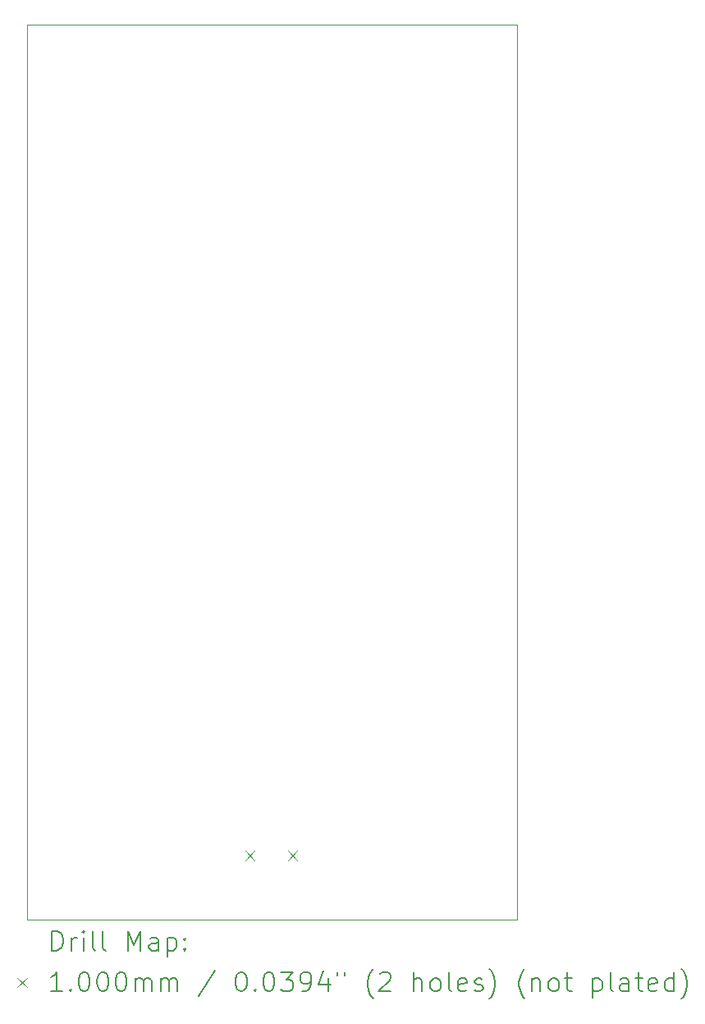
<source format=gbr>
%FSLAX45Y45*%
G04 Gerber Fmt 4.5, Leading zero omitted, Abs format (unit mm)*
G04 Created by KiCad (PCBNEW 6.0.6) date 2022-07-20 10:16:57*
%MOMM*%
%LPD*%
G01*
G04 APERTURE LIST*
%TA.AperFunction,Profile*%
%ADD10C,0.100000*%
%TD*%
%ADD11C,0.200000*%
%ADD12C,0.100000*%
G04 APERTURE END LIST*
D10*
X14732000Y-4648200D02*
X14732000Y-13868400D01*
X9677400Y-4648200D02*
X14732000Y-4648200D01*
X9677400Y-5359400D02*
X9677400Y-13868400D01*
X14097000Y-13868400D02*
X14732000Y-13868400D01*
X9677400Y-13868400D02*
X14097000Y-13868400D01*
X9677400Y-5359400D02*
X9677400Y-4648200D01*
D11*
D12*
X11922000Y-13158000D02*
X12022000Y-13258000D01*
X12022000Y-13158000D02*
X11922000Y-13258000D01*
X12362000Y-13158000D02*
X12462000Y-13258000D01*
X12462000Y-13158000D02*
X12362000Y-13258000D01*
D11*
X9930019Y-14183876D02*
X9930019Y-13983876D01*
X9977638Y-13983876D01*
X10006210Y-13993400D01*
X10025257Y-14012448D01*
X10034781Y-14031495D01*
X10044305Y-14069590D01*
X10044305Y-14098162D01*
X10034781Y-14136257D01*
X10025257Y-14155305D01*
X10006210Y-14174352D01*
X9977638Y-14183876D01*
X9930019Y-14183876D01*
X10130019Y-14183876D02*
X10130019Y-14050543D01*
X10130019Y-14088638D02*
X10139543Y-14069590D01*
X10149067Y-14060067D01*
X10168114Y-14050543D01*
X10187162Y-14050543D01*
X10253829Y-14183876D02*
X10253829Y-14050543D01*
X10253829Y-13983876D02*
X10244305Y-13993400D01*
X10253829Y-14002924D01*
X10263352Y-13993400D01*
X10253829Y-13983876D01*
X10253829Y-14002924D01*
X10377638Y-14183876D02*
X10358590Y-14174352D01*
X10349067Y-14155305D01*
X10349067Y-13983876D01*
X10482400Y-14183876D02*
X10463352Y-14174352D01*
X10453829Y-14155305D01*
X10453829Y-13983876D01*
X10710971Y-14183876D02*
X10710971Y-13983876D01*
X10777638Y-14126733D01*
X10844305Y-13983876D01*
X10844305Y-14183876D01*
X11025257Y-14183876D02*
X11025257Y-14079114D01*
X11015733Y-14060067D01*
X10996686Y-14050543D01*
X10958590Y-14050543D01*
X10939543Y-14060067D01*
X11025257Y-14174352D02*
X11006210Y-14183876D01*
X10958590Y-14183876D01*
X10939543Y-14174352D01*
X10930019Y-14155305D01*
X10930019Y-14136257D01*
X10939543Y-14117209D01*
X10958590Y-14107686D01*
X11006210Y-14107686D01*
X11025257Y-14098162D01*
X11120495Y-14050543D02*
X11120495Y-14250543D01*
X11120495Y-14060067D02*
X11139543Y-14050543D01*
X11177638Y-14050543D01*
X11196686Y-14060067D01*
X11206209Y-14069590D01*
X11215733Y-14088638D01*
X11215733Y-14145781D01*
X11206209Y-14164828D01*
X11196686Y-14174352D01*
X11177638Y-14183876D01*
X11139543Y-14183876D01*
X11120495Y-14174352D01*
X11301448Y-14164828D02*
X11310971Y-14174352D01*
X11301448Y-14183876D01*
X11291924Y-14174352D01*
X11301448Y-14164828D01*
X11301448Y-14183876D01*
X11301448Y-14060067D02*
X11310971Y-14069590D01*
X11301448Y-14079114D01*
X11291924Y-14069590D01*
X11301448Y-14060067D01*
X11301448Y-14079114D01*
D12*
X9572400Y-14463400D02*
X9672400Y-14563400D01*
X9672400Y-14463400D02*
X9572400Y-14563400D01*
D11*
X10034781Y-14603876D02*
X9920495Y-14603876D01*
X9977638Y-14603876D02*
X9977638Y-14403876D01*
X9958590Y-14432448D01*
X9939543Y-14451495D01*
X9920495Y-14461019D01*
X10120495Y-14584828D02*
X10130019Y-14594352D01*
X10120495Y-14603876D01*
X10110971Y-14594352D01*
X10120495Y-14584828D01*
X10120495Y-14603876D01*
X10253829Y-14403876D02*
X10272876Y-14403876D01*
X10291924Y-14413400D01*
X10301448Y-14422924D01*
X10310971Y-14441971D01*
X10320495Y-14480067D01*
X10320495Y-14527686D01*
X10310971Y-14565781D01*
X10301448Y-14584828D01*
X10291924Y-14594352D01*
X10272876Y-14603876D01*
X10253829Y-14603876D01*
X10234781Y-14594352D01*
X10225257Y-14584828D01*
X10215733Y-14565781D01*
X10206210Y-14527686D01*
X10206210Y-14480067D01*
X10215733Y-14441971D01*
X10225257Y-14422924D01*
X10234781Y-14413400D01*
X10253829Y-14403876D01*
X10444305Y-14403876D02*
X10463352Y-14403876D01*
X10482400Y-14413400D01*
X10491924Y-14422924D01*
X10501448Y-14441971D01*
X10510971Y-14480067D01*
X10510971Y-14527686D01*
X10501448Y-14565781D01*
X10491924Y-14584828D01*
X10482400Y-14594352D01*
X10463352Y-14603876D01*
X10444305Y-14603876D01*
X10425257Y-14594352D01*
X10415733Y-14584828D01*
X10406210Y-14565781D01*
X10396686Y-14527686D01*
X10396686Y-14480067D01*
X10406210Y-14441971D01*
X10415733Y-14422924D01*
X10425257Y-14413400D01*
X10444305Y-14403876D01*
X10634781Y-14403876D02*
X10653829Y-14403876D01*
X10672876Y-14413400D01*
X10682400Y-14422924D01*
X10691924Y-14441971D01*
X10701448Y-14480067D01*
X10701448Y-14527686D01*
X10691924Y-14565781D01*
X10682400Y-14584828D01*
X10672876Y-14594352D01*
X10653829Y-14603876D01*
X10634781Y-14603876D01*
X10615733Y-14594352D01*
X10606210Y-14584828D01*
X10596686Y-14565781D01*
X10587162Y-14527686D01*
X10587162Y-14480067D01*
X10596686Y-14441971D01*
X10606210Y-14422924D01*
X10615733Y-14413400D01*
X10634781Y-14403876D01*
X10787162Y-14603876D02*
X10787162Y-14470543D01*
X10787162Y-14489590D02*
X10796686Y-14480067D01*
X10815733Y-14470543D01*
X10844305Y-14470543D01*
X10863352Y-14480067D01*
X10872876Y-14499114D01*
X10872876Y-14603876D01*
X10872876Y-14499114D02*
X10882400Y-14480067D01*
X10901448Y-14470543D01*
X10930019Y-14470543D01*
X10949067Y-14480067D01*
X10958590Y-14499114D01*
X10958590Y-14603876D01*
X11053829Y-14603876D02*
X11053829Y-14470543D01*
X11053829Y-14489590D02*
X11063352Y-14480067D01*
X11082400Y-14470543D01*
X11110971Y-14470543D01*
X11130019Y-14480067D01*
X11139543Y-14499114D01*
X11139543Y-14603876D01*
X11139543Y-14499114D02*
X11149067Y-14480067D01*
X11168114Y-14470543D01*
X11196686Y-14470543D01*
X11215733Y-14480067D01*
X11225257Y-14499114D01*
X11225257Y-14603876D01*
X11615733Y-14394352D02*
X11444305Y-14651495D01*
X11872876Y-14403876D02*
X11891924Y-14403876D01*
X11910971Y-14413400D01*
X11920495Y-14422924D01*
X11930019Y-14441971D01*
X11939543Y-14480067D01*
X11939543Y-14527686D01*
X11930019Y-14565781D01*
X11920495Y-14584828D01*
X11910971Y-14594352D01*
X11891924Y-14603876D01*
X11872876Y-14603876D01*
X11853828Y-14594352D01*
X11844305Y-14584828D01*
X11834781Y-14565781D01*
X11825257Y-14527686D01*
X11825257Y-14480067D01*
X11834781Y-14441971D01*
X11844305Y-14422924D01*
X11853828Y-14413400D01*
X11872876Y-14403876D01*
X12025257Y-14584828D02*
X12034781Y-14594352D01*
X12025257Y-14603876D01*
X12015733Y-14594352D01*
X12025257Y-14584828D01*
X12025257Y-14603876D01*
X12158590Y-14403876D02*
X12177638Y-14403876D01*
X12196686Y-14413400D01*
X12206209Y-14422924D01*
X12215733Y-14441971D01*
X12225257Y-14480067D01*
X12225257Y-14527686D01*
X12215733Y-14565781D01*
X12206209Y-14584828D01*
X12196686Y-14594352D01*
X12177638Y-14603876D01*
X12158590Y-14603876D01*
X12139543Y-14594352D01*
X12130019Y-14584828D01*
X12120495Y-14565781D01*
X12110971Y-14527686D01*
X12110971Y-14480067D01*
X12120495Y-14441971D01*
X12130019Y-14422924D01*
X12139543Y-14413400D01*
X12158590Y-14403876D01*
X12291924Y-14403876D02*
X12415733Y-14403876D01*
X12349067Y-14480067D01*
X12377638Y-14480067D01*
X12396686Y-14489590D01*
X12406209Y-14499114D01*
X12415733Y-14518162D01*
X12415733Y-14565781D01*
X12406209Y-14584828D01*
X12396686Y-14594352D01*
X12377638Y-14603876D01*
X12320495Y-14603876D01*
X12301448Y-14594352D01*
X12291924Y-14584828D01*
X12510971Y-14603876D02*
X12549067Y-14603876D01*
X12568114Y-14594352D01*
X12577638Y-14584828D01*
X12596686Y-14556257D01*
X12606209Y-14518162D01*
X12606209Y-14441971D01*
X12596686Y-14422924D01*
X12587162Y-14413400D01*
X12568114Y-14403876D01*
X12530019Y-14403876D01*
X12510971Y-14413400D01*
X12501448Y-14422924D01*
X12491924Y-14441971D01*
X12491924Y-14489590D01*
X12501448Y-14508638D01*
X12510971Y-14518162D01*
X12530019Y-14527686D01*
X12568114Y-14527686D01*
X12587162Y-14518162D01*
X12596686Y-14508638D01*
X12606209Y-14489590D01*
X12777638Y-14470543D02*
X12777638Y-14603876D01*
X12730019Y-14394352D02*
X12682400Y-14537209D01*
X12806209Y-14537209D01*
X12872876Y-14403876D02*
X12872876Y-14441971D01*
X12949067Y-14403876D02*
X12949067Y-14441971D01*
X13244305Y-14680067D02*
X13234781Y-14670543D01*
X13215733Y-14641971D01*
X13206209Y-14622924D01*
X13196686Y-14594352D01*
X13187162Y-14546733D01*
X13187162Y-14508638D01*
X13196686Y-14461019D01*
X13206209Y-14432448D01*
X13215733Y-14413400D01*
X13234781Y-14384828D01*
X13244305Y-14375305D01*
X13310971Y-14422924D02*
X13320495Y-14413400D01*
X13339543Y-14403876D01*
X13387162Y-14403876D01*
X13406209Y-14413400D01*
X13415733Y-14422924D01*
X13425257Y-14441971D01*
X13425257Y-14461019D01*
X13415733Y-14489590D01*
X13301448Y-14603876D01*
X13425257Y-14603876D01*
X13663352Y-14603876D02*
X13663352Y-14403876D01*
X13749067Y-14603876D02*
X13749067Y-14499114D01*
X13739543Y-14480067D01*
X13720495Y-14470543D01*
X13691924Y-14470543D01*
X13672876Y-14480067D01*
X13663352Y-14489590D01*
X13872876Y-14603876D02*
X13853828Y-14594352D01*
X13844305Y-14584828D01*
X13834781Y-14565781D01*
X13834781Y-14508638D01*
X13844305Y-14489590D01*
X13853828Y-14480067D01*
X13872876Y-14470543D01*
X13901448Y-14470543D01*
X13920495Y-14480067D01*
X13930019Y-14489590D01*
X13939543Y-14508638D01*
X13939543Y-14565781D01*
X13930019Y-14584828D01*
X13920495Y-14594352D01*
X13901448Y-14603876D01*
X13872876Y-14603876D01*
X14053828Y-14603876D02*
X14034781Y-14594352D01*
X14025257Y-14575305D01*
X14025257Y-14403876D01*
X14206209Y-14594352D02*
X14187162Y-14603876D01*
X14149067Y-14603876D01*
X14130019Y-14594352D01*
X14120495Y-14575305D01*
X14120495Y-14499114D01*
X14130019Y-14480067D01*
X14149067Y-14470543D01*
X14187162Y-14470543D01*
X14206209Y-14480067D01*
X14215733Y-14499114D01*
X14215733Y-14518162D01*
X14120495Y-14537209D01*
X14291924Y-14594352D02*
X14310971Y-14603876D01*
X14349067Y-14603876D01*
X14368114Y-14594352D01*
X14377638Y-14575305D01*
X14377638Y-14565781D01*
X14368114Y-14546733D01*
X14349067Y-14537209D01*
X14320495Y-14537209D01*
X14301448Y-14527686D01*
X14291924Y-14508638D01*
X14291924Y-14499114D01*
X14301448Y-14480067D01*
X14320495Y-14470543D01*
X14349067Y-14470543D01*
X14368114Y-14480067D01*
X14444305Y-14680067D02*
X14453828Y-14670543D01*
X14472876Y-14641971D01*
X14482400Y-14622924D01*
X14491924Y-14594352D01*
X14501448Y-14546733D01*
X14501448Y-14508638D01*
X14491924Y-14461019D01*
X14482400Y-14432448D01*
X14472876Y-14413400D01*
X14453828Y-14384828D01*
X14444305Y-14375305D01*
X14806209Y-14680067D02*
X14796686Y-14670543D01*
X14777638Y-14641971D01*
X14768114Y-14622924D01*
X14758590Y-14594352D01*
X14749067Y-14546733D01*
X14749067Y-14508638D01*
X14758590Y-14461019D01*
X14768114Y-14432448D01*
X14777638Y-14413400D01*
X14796686Y-14384828D01*
X14806209Y-14375305D01*
X14882400Y-14470543D02*
X14882400Y-14603876D01*
X14882400Y-14489590D02*
X14891924Y-14480067D01*
X14910971Y-14470543D01*
X14939543Y-14470543D01*
X14958590Y-14480067D01*
X14968114Y-14499114D01*
X14968114Y-14603876D01*
X15091924Y-14603876D02*
X15072876Y-14594352D01*
X15063352Y-14584828D01*
X15053828Y-14565781D01*
X15053828Y-14508638D01*
X15063352Y-14489590D01*
X15072876Y-14480067D01*
X15091924Y-14470543D01*
X15120495Y-14470543D01*
X15139543Y-14480067D01*
X15149067Y-14489590D01*
X15158590Y-14508638D01*
X15158590Y-14565781D01*
X15149067Y-14584828D01*
X15139543Y-14594352D01*
X15120495Y-14603876D01*
X15091924Y-14603876D01*
X15215733Y-14470543D02*
X15291924Y-14470543D01*
X15244305Y-14403876D02*
X15244305Y-14575305D01*
X15253828Y-14594352D01*
X15272876Y-14603876D01*
X15291924Y-14603876D01*
X15510971Y-14470543D02*
X15510971Y-14670543D01*
X15510971Y-14480067D02*
X15530019Y-14470543D01*
X15568114Y-14470543D01*
X15587162Y-14480067D01*
X15596686Y-14489590D01*
X15606209Y-14508638D01*
X15606209Y-14565781D01*
X15596686Y-14584828D01*
X15587162Y-14594352D01*
X15568114Y-14603876D01*
X15530019Y-14603876D01*
X15510971Y-14594352D01*
X15720495Y-14603876D02*
X15701448Y-14594352D01*
X15691924Y-14575305D01*
X15691924Y-14403876D01*
X15882400Y-14603876D02*
X15882400Y-14499114D01*
X15872876Y-14480067D01*
X15853828Y-14470543D01*
X15815733Y-14470543D01*
X15796686Y-14480067D01*
X15882400Y-14594352D02*
X15863352Y-14603876D01*
X15815733Y-14603876D01*
X15796686Y-14594352D01*
X15787162Y-14575305D01*
X15787162Y-14556257D01*
X15796686Y-14537209D01*
X15815733Y-14527686D01*
X15863352Y-14527686D01*
X15882400Y-14518162D01*
X15949067Y-14470543D02*
X16025257Y-14470543D01*
X15977638Y-14403876D02*
X15977638Y-14575305D01*
X15987162Y-14594352D01*
X16006209Y-14603876D01*
X16025257Y-14603876D01*
X16168114Y-14594352D02*
X16149067Y-14603876D01*
X16110971Y-14603876D01*
X16091924Y-14594352D01*
X16082400Y-14575305D01*
X16082400Y-14499114D01*
X16091924Y-14480067D01*
X16110971Y-14470543D01*
X16149067Y-14470543D01*
X16168114Y-14480067D01*
X16177638Y-14499114D01*
X16177638Y-14518162D01*
X16082400Y-14537209D01*
X16349067Y-14603876D02*
X16349067Y-14403876D01*
X16349067Y-14594352D02*
X16330019Y-14603876D01*
X16291924Y-14603876D01*
X16272876Y-14594352D01*
X16263352Y-14584828D01*
X16253828Y-14565781D01*
X16253828Y-14508638D01*
X16263352Y-14489590D01*
X16272876Y-14480067D01*
X16291924Y-14470543D01*
X16330019Y-14470543D01*
X16349067Y-14480067D01*
X16425257Y-14680067D02*
X16434781Y-14670543D01*
X16453828Y-14641971D01*
X16463352Y-14622924D01*
X16472876Y-14594352D01*
X16482400Y-14546733D01*
X16482400Y-14508638D01*
X16472876Y-14461019D01*
X16463352Y-14432448D01*
X16453828Y-14413400D01*
X16434781Y-14384828D01*
X16425257Y-14375305D01*
M02*

</source>
